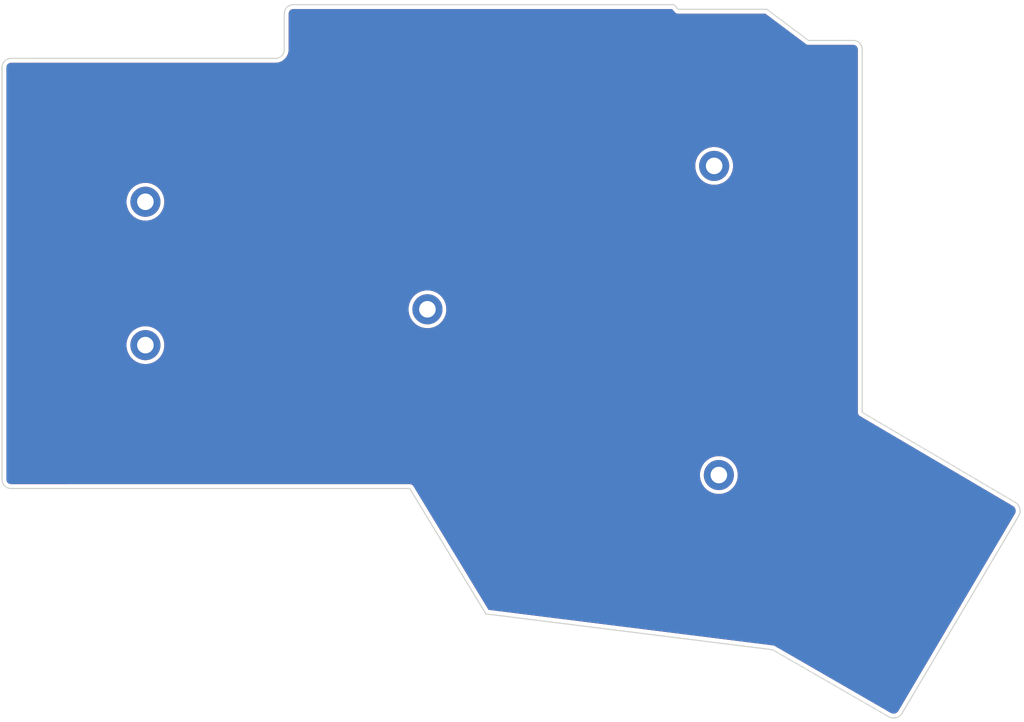
<source format=kicad_pcb>
(kicad_pcb (version 20171130) (host pcbnew 5.1.5)

  (general
    (thickness 1.6)
    (drawings 24)
    (tracks 0)
    (zones 0)
    (modules 5)
    (nets 1)
  )

  (page A4)
  (layers
    (0 F.Cu signal)
    (31 B.Cu signal)
    (32 B.Adhes user)
    (33 F.Adhes user)
    (34 B.Paste user)
    (35 F.Paste user)
    (36 B.SilkS user)
    (37 F.SilkS user)
    (38 B.Mask user)
    (39 F.Mask user)
    (40 Dwgs.User user)
    (41 Cmts.User user)
    (42 Eco1.User user)
    (43 Eco2.User user)
    (44 Edge.Cuts user)
    (45 Margin user)
    (46 B.CrtYd user)
    (47 F.CrtYd user)
    (48 B.Fab user)
    (49 F.Fab user)
  )

  (setup
    (last_trace_width 0.25)
    (trace_clearance 0.2)
    (zone_clearance 0.508)
    (zone_45_only no)
    (trace_min 0.2)
    (via_size 0.8)
    (via_drill 0.4)
    (via_min_size 0.4)
    (via_min_drill 0.3)
    (uvia_size 0.3)
    (uvia_drill 0.1)
    (uvias_allowed no)
    (uvia_min_size 0.2)
    (uvia_min_drill 0.1)
    (edge_width 0.05)
    (segment_width 0.2)
    (pcb_text_width 0.3)
    (pcb_text_size 1.5 1.5)
    (mod_edge_width 0.12)
    (mod_text_size 1 1)
    (mod_text_width 0.15)
    (pad_size 1.524 1.524)
    (pad_drill 0.762)
    (pad_to_mask_clearance 0.051)
    (solder_mask_min_width 0.25)
    (aux_axis_origin 0 0)
    (visible_elements FFFFFF7F)
    (pcbplotparams
      (layerselection 0x010fc_ffffffff)
      (usegerberextensions false)
      (usegerberattributes false)
      (usegerberadvancedattributes false)
      (creategerberjobfile false)
      (excludeedgelayer true)
      (linewidth 0.100000)
      (plotframeref false)
      (viasonmask false)
      (mode 1)
      (useauxorigin false)
      (hpglpennumber 1)
      (hpglpenspeed 20)
      (hpglpendiameter 15.000000)
      (psnegative false)
      (psa4output false)
      (plotreference true)
      (plotvalue true)
      (plotinvisibletext false)
      (padsonsilk false)
      (subtractmaskfromsilk false)
      (outputformat 1)
      (mirror false)
      (drillshape 1)
      (scaleselection 1)
      (outputdirectory ""))
  )

  (net 0 "")

  (net_class Default "This is the default net class."
    (clearance 0.2)
    (trace_width 0.25)
    (via_dia 0.8)
    (via_drill 0.4)
    (uvia_dia 0.3)
    (uvia_drill 0.1)
  )

  (module kbd:LEGO_HOLE (layer F.Cu) (tedit 5B890249) (tstamp 5E2C61C4)
    (at 142.84296 91.13772)
    (descr "Mounting Hole 2.2mm, no annular, M2")
    (tags "mounting hole 2.2mm no annular m2")
    (attr virtual)
    (fp_text reference "" (at 0 -3.2) (layer F.SilkS)
      (effects (font (size 1 1) (thickness 0.15)))
    )
    (fp_text value "" (at 0 3.2) (layer F.Fab)
      (effects (font (size 1 1) (thickness 0.15)))
    )
    (fp_circle (center 0 0) (end 2.45 0) (layer F.CrtYd) (width 0.05))
    (fp_circle (center 0 0) (end 2.2 0) (layer Cmts.User) (width 0.15))
    (fp_text user %R (at 0.3 0) (layer F.Fab)
      (effects (font (size 1 1) (thickness 0.15)))
    )
    (pad "" thru_hole circle (at 0 0) (size 4 4) (drill 2.2) (layers *.Cu *.Mask))
  )

  (module kbd:LEGO_HOLE (layer F.Cu) (tedit 5B890249) (tstamp 5E2C6188)
    (at 105.36771 76.85022)
    (descr "Mounting Hole 2.2mm, no annular, M2")
    (tags "mounting hole 2.2mm no annular m2")
    (attr virtual)
    (fp_text reference "" (at 0 -3.2) (layer F.SilkS)
      (effects (font (size 1 1) (thickness 0.15)))
    )
    (fp_text value "" (at 0 3.2) (layer F.Fab)
      (effects (font (size 1 1) (thickness 0.15)))
    )
    (fp_text user %R (at 0.3 0) (layer F.Fab)
      (effects (font (size 1 1) (thickness 0.15)))
    )
    (fp_circle (center 0 0) (end 2.2 0) (layer Cmts.User) (width 0.15))
    (fp_circle (center 0 0) (end 2.45 0) (layer F.CrtYd) (width 0.05))
    (pad "" thru_hole circle (at 0 0) (size 4 4) (drill 2.2) (layers *.Cu *.Mask))
  )

  (module kbd:LEGO_HOLE (layer F.Cu) (tedit 5B890249) (tstamp 5E2C6148)
    (at 105.36771 95.90022)
    (descr "Mounting Hole 2.2mm, no annular, M2")
    (tags "mounting hole 2.2mm no annular m2")
    (attr virtual)
    (fp_text reference "" (at 0 -3.2) (layer F.SilkS)
      (effects (font (size 1 1) (thickness 0.15)))
    )
    (fp_text value "" (at 0 3.2) (layer F.Fab)
      (effects (font (size 1 1) (thickness 0.15)))
    )
    (fp_text user %R (at 0.3 0) (layer F.Fab)
      (effects (font (size 1 1) (thickness 0.15)))
    )
    (fp_circle (center 0 0) (end 2.2 0) (layer Cmts.User) (width 0.15))
    (fp_circle (center 0 0) (end 2.45 0) (layer F.CrtYd) (width 0.05))
    (pad "" thru_hole circle (at 0 0) (size 4 4) (drill 2.2) (layers *.Cu *.Mask))
  )

  (module kbd:LEGO_HOLE (layer F.Cu) (tedit 5B890249) (tstamp 5E2C6136)
    (at 180.94296 72.08772)
    (descr "Mounting Hole 2.2mm, no annular, M2")
    (tags "mounting hole 2.2mm no annular m2")
    (attr virtual)
    (fp_text reference "" (at 0 -3.2) (layer F.SilkS)
      (effects (font (size 1 1) (thickness 0.15)))
    )
    (fp_text value "" (at 0 3.2) (layer F.Fab)
      (effects (font (size 1 1) (thickness 0.15)))
    )
    (fp_text user %R (at 0.3 0) (layer F.Fab)
      (effects (font (size 1 1) (thickness 0.15)))
    )
    (fp_circle (center 0 0) (end 2.2 0) (layer Cmts.User) (width 0.15))
    (fp_circle (center 0 0) (end 2.45 0) (layer F.CrtYd) (width 0.05))
    (pad "" thru_hole circle (at 0 0) (size 4 4) (drill 2.2) (layers *.Cu *.Mask))
  )

  (module kbd:LEGO_HOLE (layer F.Cu) (tedit 5B890249) (tstamp 5E2C612F)
    (at 181.56896 113.16272)
    (descr "Mounting Hole 2.2mm, no annular, M2")
    (tags "mounting hole 2.2mm no annular m2")
    (attr virtual)
    (fp_text reference "" (at 0 -3.2) (layer F.SilkS)
      (effects (font (size 1 1) (thickness 0.15)))
    )
    (fp_text value "" (at 0 3.2) (layer F.Fab)
      (effects (font (size 1 1) (thickness 0.15)))
    )
    (fp_text user %R (at 0.3 0) (layer F.Fab)
      (effects (font (size 1 1) (thickness 0.15)))
    )
    (fp_circle (center 0 0) (end 2.2 0) (layer Cmts.User) (width 0.15))
    (fp_circle (center 0 0) (end 2.45 0) (layer F.CrtYd) (width 0.05))
    (pad "" thru_hole circle (at 0 0) (size 4 4) (drill 2.2) (layers *.Cu *.Mask))
  )

  (gr_arc (start 87.507085 113.762095) (end 87.507085 114.95272) (angle 90) (layer Edge.Cuts) (width 0.15) (tstamp 5E2C6197))
  (gr_arc (start 122.631773 56.609596) (end 123.822398 56.609596) (angle 90) (layer Edge.Cuts) (width 0.15) (tstamp 5E2C6196))
  (gr_arc (start 125.013023 51.847095) (end 123.822398 51.847095) (angle 90) (layer Edge.Cuts) (width 0.15) (tstamp 5E2C6195))
  (gr_arc (start 87.507085 58.993345) (end 86.31646 58.993345) (angle 90) (layer Edge.Cuts) (width 0.15) (tstamp 5E2C6194))
  (gr_arc (start 199.427085 56.609595) (end 199.427085 55.41897) (angle 90) (layer Edge.Cuts) (width 0.15) (tstamp 5E2C6193))
  (gr_line (start 187.94476 51.27752) (end 186.67476 51.27752) (angle 90) (layer Edge.Cuts) (width 0.15) (tstamp 5E2C6192))
  (gr_line (start 193.47396 55.41897) (end 187.94476 51.27752) (angle 90) (layer Edge.Cuts) (width 0.15) (tstamp 5E2C6191))
  (gr_line (start 125.013023 50.65647) (end 161.327085 50.65647) (angle 90) (layer Edge.Cuts) (width 0.15) (tstamp 5E2C6187))
  (gr_line (start 161.327085 50.65647) (end 175.614585 50.65647) (angle 90) (layer Edge.Cuts) (width 0.15) (tstamp 5E2C6186))
  (gr_line (start 175.614585 50.65647) (end 176.15916 51.27752) (angle 90) (layer Edge.Cuts) (width 0.15) (tstamp 5E2C6185))
  (gr_line (start 176.15916 51.27752) (end 186.67476 51.27752) (angle 90) (layer Edge.Cuts) (width 0.15) (tstamp 5E2C6184))
  (gr_line (start 204.189585 145.311158) (end 188.71146 136.38147) (angle 90) (layer Edge.Cuts) (width 0.15) (tstamp 5E2C6183))
  (gr_line (start 221.453648 118.522095) (end 205.975523 144.715845) (angle 90) (layer Edge.Cuts) (width 0.15) (tstamp 5E2C6182))
  (gr_line (start 220.858335 116.736158) (end 200.61771 104.829908) (angle 90) (layer Edge.Cuts) (width 0.15) (tstamp 5E2C6181))
  (gr_arc (start 204.784898 144.120533) (end 205.975523 144.715845) (angle 90) (layer Edge.Cuts) (width 0.15) (tstamp 5E2C6180))
  (gr_arc (start 220.263023 117.926783) (end 220.858335 116.736158) (angle 90) (layer Edge.Cuts) (width 0.15) (tstamp 5E2C617F))
  (gr_line (start 150.61146 131.61897) (end 140.491148 114.95022) (angle 90) (layer Edge.Cuts) (width 0.15) (tstamp 5E2C617E))
  (gr_line (start 150.61146 131.61897) (end 188.71146 136.38147) (angle 90) (layer Edge.Cuts) (width 0.15) (tstamp 5E2C617D))
  (gr_line (start 87.50396 114.95272) (end 140.491148 114.95022) (angle 90) (layer Edge.Cuts) (width 0.15) (tstamp 5E2C617C))
  (gr_line (start 200.61771 56.609595) (end 200.61771 104.829908) (angle 90) (layer Edge.Cuts) (width 0.15) (tstamp 5E2C617B))
  (gr_line (start 193.47396 55.41897) (end 199.427085 55.41897) (angle 90) (layer Edge.Cuts) (width 0.15) (tstamp 5E2C617A))
  (gr_line (start 86.31646 58.993345) (end 86.31646 113.762095) (angle 90) (layer Edge.Cuts) (width 0.15) (tstamp 5E2C6179))
  (gr_line (start 122.631773 57.80022) (end 87.507085 57.80272) (angle 90) (layer Edge.Cuts) (width 0.15) (tstamp 5E2C6178))
  (gr_line (start 123.822398 51.847095) (end 123.822398 56.609595) (angle 90) (layer Edge.Cuts) (width 0.15) (tstamp 5E2C6177))

  (zone (net 0) (net_name "") (layer B.Cu) (tstamp 5E2C6176) (hatch edge 0.508)
    (connect_pads (clearance 0.508))
    (min_thickness 0.254)
    (fill yes (arc_segments 32) (thermal_gap 0.508) (thermal_bridge_width 0.508))
    (polygon
      (pts
        (xy 176.60366 50.9143) (xy 188.09208 50.9143) (xy 193.63944 55.15102) (xy 200.84796 55.15102) (xy 200.84796 104.7115)
        (xy 222.12046 117.2464) (xy 204.98308 145.95856) (xy 188.48578 136.7409) (xy 150.43658 131.89204) (xy 140.30198 115.29314)
        (xy 86.04758 115.11788) (xy 86.45906 57.58688) (xy 123.22302 57.43702) (xy 123.6599 50.3174) (xy 175.85944 50.04054)
      )
    )
    (filled_polygon
      (pts
        (xy 175.617685 51.73691) (xy 175.654685 51.781995) (xy 175.690755 51.811597) (xy 175.72481 51.843497) (xy 175.744694 51.855863)
        (xy 175.762797 51.87072) (xy 175.803958 51.892721) (xy 175.843574 51.917359) (xy 175.865484 51.925607) (xy 175.88614 51.936648)
        (xy 175.930797 51.950195) (xy 175.974463 51.966633) (xy 175.997565 51.970449) (xy 176.019976 51.977247) (xy 176.066421 51.981821)
        (xy 176.112452 51.989424) (xy 176.170728 51.98752) (xy 187.708343 51.98752) (xy 193.035715 55.977799) (xy 193.077597 56.01217)
        (xy 193.122414 56.036125) (xy 193.165876 56.062456) (xy 193.183967 56.069026) (xy 193.20094 56.078098) (xy 193.24958 56.092853)
        (xy 193.297335 56.110195) (xy 193.316351 56.113108) (xy 193.334776 56.118697) (xy 193.385367 56.12368) (xy 193.435579 56.131371)
        (xy 193.489678 56.12897) (xy 199.392356 56.12897) (xy 199.51978 56.141464) (xy 199.608939 56.168382) (xy 199.691173 56.212107)
        (xy 199.763351 56.270974) (xy 199.822717 56.342735) (xy 199.867018 56.424667) (xy 199.894558 56.513634) (xy 199.90771 56.638772)
        (xy 199.907711 104.815395) (xy 199.905447 104.870782) (xy 199.913126 104.919768) (xy 199.917984 104.969092) (xy 199.923932 104.9887)
        (xy 199.927107 105.008953) (xy 199.944196 105.055502) (xy 199.958583 105.102928) (xy 199.968242 105.120998) (xy 199.975307 105.140243)
        (xy 200.001146 105.182559) (xy 200.024511 105.226271) (xy 200.037512 105.242113) (xy 200.048194 105.259606) (xy 200.081788 105.296063)
        (xy 200.113236 105.334383) (xy 200.129078 105.347384) (xy 200.142967 105.362457) (xy 200.183023 105.391655) (xy 200.221348 105.423108)
        (xy 200.270242 105.449242) (xy 220.48926 117.342784) (xy 220.641351 117.43843) (xy 220.729001 117.521215) (xy 220.798901 117.619448)
        (xy 220.848391 117.729389) (xy 220.875583 117.846844) (xy 220.879444 117.967348) (xy 220.859825 118.086307) (xy 220.813492 118.209802)
        (xy 205.369291 144.346143) (xy 205.27325 144.498862) (xy 205.190465 144.586512) (xy 205.092235 144.65641) (xy 204.982293 144.705901)
        (xy 204.864836 144.733093) (xy 204.744333 144.736954) (xy 204.625374 144.717335) (xy 204.49871 144.669813) (xy 189.094564 135.782806)
        (xy 189.064126 135.761295) (xy 189.002115 135.733686) (xy 188.94057 135.705824) (xy 188.938402 135.705319) (xy 188.93636 135.70441)
        (xy 188.870153 135.689429) (xy 188.804355 135.674109) (xy 188.767126 135.672902) (xy 151.040187 130.957036) (xy 141.108137 114.598366)
        (xy 141.084329 114.55383) (xy 141.049746 114.511694) (xy 141.017032 114.468105) (xy 141.005459 114.457735) (xy 140.995599 114.445722)
        (xy 140.953464 114.411146) (xy 140.91287 114.374773) (xy 140.899494 114.366859) (xy 140.887482 114.357002) (xy 140.839419 114.331315)
        (xy 140.792504 114.303557) (xy 140.77784 114.298404) (xy 140.764136 114.29108) (xy 140.711987 114.275263) (xy 140.660555 114.25719)
        (xy 140.645168 114.254997) (xy 140.630298 114.250487) (xy 140.576058 114.245148) (xy 140.522096 114.237457) (xy 140.471683 114.240222)
        (xy 87.5418 114.242719) (xy 87.41439 114.230226) (xy 87.325232 114.203308) (xy 87.242994 114.159581) (xy 87.170821 114.100718)
        (xy 87.111451 114.028952) (xy 87.067153 113.947023) (xy 87.039612 113.858056) (xy 87.02646 113.732918) (xy 87.02646 112.903195)
        (xy 178.93396 112.903195) (xy 178.93396 113.422245) (xy 179.035221 113.931321) (xy 179.233853 114.410861) (xy 179.522222 114.842435)
        (xy 179.889245 115.209458) (xy 180.320819 115.497827) (xy 180.800359 115.696459) (xy 181.309435 115.79772) (xy 181.828485 115.79772)
        (xy 182.337561 115.696459) (xy 182.817101 115.497827) (xy 183.248675 115.209458) (xy 183.615698 114.842435) (xy 183.904067 114.410861)
        (xy 184.102699 113.931321) (xy 184.20396 113.422245) (xy 184.20396 112.903195) (xy 184.102699 112.394119) (xy 183.904067 111.914579)
        (xy 183.615698 111.483005) (xy 183.248675 111.115982) (xy 182.817101 110.827613) (xy 182.337561 110.628981) (xy 181.828485 110.52772)
        (xy 181.309435 110.52772) (xy 180.800359 110.628981) (xy 180.320819 110.827613) (xy 179.889245 111.115982) (xy 179.522222 111.483005)
        (xy 179.233853 111.914579) (xy 179.035221 112.394119) (xy 178.93396 112.903195) (xy 87.02646 112.903195) (xy 87.02646 95.640695)
        (xy 102.73271 95.640695) (xy 102.73271 96.159745) (xy 102.833971 96.668821) (xy 103.032603 97.148361) (xy 103.320972 97.579935)
        (xy 103.687995 97.946958) (xy 104.119569 98.235327) (xy 104.599109 98.433959) (xy 105.108185 98.53522) (xy 105.627235 98.53522)
        (xy 106.136311 98.433959) (xy 106.615851 98.235327) (xy 107.047425 97.946958) (xy 107.414448 97.579935) (xy 107.702817 97.148361)
        (xy 107.901449 96.668821) (xy 108.00271 96.159745) (xy 108.00271 95.640695) (xy 107.901449 95.131619) (xy 107.702817 94.652079)
        (xy 107.414448 94.220505) (xy 107.047425 93.853482) (xy 106.615851 93.565113) (xy 106.136311 93.366481) (xy 105.627235 93.26522)
        (xy 105.108185 93.26522) (xy 104.599109 93.366481) (xy 104.119569 93.565113) (xy 103.687995 93.853482) (xy 103.320972 94.220505)
        (xy 103.032603 94.652079) (xy 102.833971 95.131619) (xy 102.73271 95.640695) (xy 87.02646 95.640695) (xy 87.02646 90.878195)
        (xy 140.20796 90.878195) (xy 140.20796 91.397245) (xy 140.309221 91.906321) (xy 140.507853 92.385861) (xy 140.796222 92.817435)
        (xy 141.163245 93.184458) (xy 141.594819 93.472827) (xy 142.074359 93.671459) (xy 142.583435 93.77272) (xy 143.102485 93.77272)
        (xy 143.611561 93.671459) (xy 144.091101 93.472827) (xy 144.522675 93.184458) (xy 144.889698 92.817435) (xy 145.178067 92.385861)
        (xy 145.376699 91.906321) (xy 145.47796 91.397245) (xy 145.47796 90.878195) (xy 145.376699 90.369119) (xy 145.178067 89.889579)
        (xy 144.889698 89.458005) (xy 144.522675 89.090982) (xy 144.091101 88.802613) (xy 143.611561 88.603981) (xy 143.102485 88.50272)
        (xy 142.583435 88.50272) (xy 142.074359 88.603981) (xy 141.594819 88.802613) (xy 141.163245 89.090982) (xy 140.796222 89.458005)
        (xy 140.507853 89.889579) (xy 140.309221 90.369119) (xy 140.20796 90.878195) (xy 87.02646 90.878195) (xy 87.02646 76.590695)
        (xy 102.73271 76.590695) (xy 102.73271 77.109745) (xy 102.833971 77.618821) (xy 103.032603 78.098361) (xy 103.320972 78.529935)
        (xy 103.687995 78.896958) (xy 104.119569 79.185327) (xy 104.599109 79.383959) (xy 105.108185 79.48522) (xy 105.627235 79.48522)
        (xy 106.136311 79.383959) (xy 106.615851 79.185327) (xy 107.047425 78.896958) (xy 107.414448 78.529935) (xy 107.702817 78.098361)
        (xy 107.901449 77.618821) (xy 108.00271 77.109745) (xy 108.00271 76.590695) (xy 107.901449 76.081619) (xy 107.702817 75.602079)
        (xy 107.414448 75.170505) (xy 107.047425 74.803482) (xy 106.615851 74.515113) (xy 106.136311 74.316481) (xy 105.627235 74.21522)
        (xy 105.108185 74.21522) (xy 104.599109 74.316481) (xy 104.119569 74.515113) (xy 103.687995 74.803482) (xy 103.320972 75.170505)
        (xy 103.032603 75.602079) (xy 102.833971 76.081619) (xy 102.73271 76.590695) (xy 87.02646 76.590695) (xy 87.02646 71.828195)
        (xy 178.30796 71.828195) (xy 178.30796 72.347245) (xy 178.409221 72.856321) (xy 178.607853 73.335861) (xy 178.896222 73.767435)
        (xy 179.263245 74.134458) (xy 179.694819 74.422827) (xy 180.174359 74.621459) (xy 180.683435 74.72272) (xy 181.202485 74.72272)
        (xy 181.711561 74.621459) (xy 182.191101 74.422827) (xy 182.622675 74.134458) (xy 182.989698 73.767435) (xy 183.278067 73.335861)
        (xy 183.476699 72.856321) (xy 183.57796 72.347245) (xy 183.57796 71.828195) (xy 183.476699 71.319119) (xy 183.278067 70.839579)
        (xy 182.989698 70.408005) (xy 182.622675 70.040982) (xy 182.191101 69.752613) (xy 181.711561 69.553981) (xy 181.202485 69.45272)
        (xy 180.683435 69.45272) (xy 180.174359 69.553981) (xy 179.694819 69.752613) (xy 179.263245 70.040982) (xy 178.896222 70.408005)
        (xy 178.607853 70.839579) (xy 178.409221 71.319119) (xy 178.30796 71.828195) (xy 87.02646 71.828195) (xy 87.02646 59.028074)
        (xy 87.038954 58.90065) (xy 87.065872 58.811491) (xy 87.109597 58.729257) (xy 87.168464 58.657079) (xy 87.240225 58.597713)
        (xy 87.322157 58.553412) (xy 87.411124 58.525872) (xy 87.536287 58.512717) (xy 122.6667 58.510217) (xy 122.69712 58.507219)
        (xy 122.704434 58.50727) (xy 122.7143 58.506303) (xy 122.945396 58.482014) (xy 123.008433 58.469074) (xy 123.071645 58.457016)
        (xy 123.081129 58.454152) (xy 123.081133 58.454151) (xy 123.081136 58.45415) (xy 123.303113 58.385436) (xy 123.362417 58.360507)
        (xy 123.422099 58.336394) (xy 123.430852 58.33174) (xy 123.635255 58.22122) (xy 123.688598 58.185239) (xy 123.742451 58.149999)
        (xy 123.750133 58.143734) (xy 123.929177 57.995615) (xy 123.974496 57.949979) (xy 124.020498 57.90493) (xy 124.026817 57.897292)
        (xy 124.173681 57.717219) (xy 124.209283 57.663632) (xy 124.245648 57.610523) (xy 124.250363 57.601803) (xy 124.359453 57.396634)
        (xy 124.383966 57.33716) (xy 124.409327 57.27799) (xy 124.412258 57.26852) (xy 124.47942 57.046068) (xy 124.491908 56.982999)
        (xy 124.505299 56.919998) (xy 124.506335 56.910139) (xy 124.52901 56.678879) (xy 124.52901 56.678872) (xy 124.532398 56.644472)
        (xy 124.532398 51.881824) (xy 124.544892 51.7544) (xy 124.57181 51.665241) (xy 124.615535 51.583007) (xy 124.674402 51.510829)
        (xy 124.746163 51.451463) (xy 124.828095 51.407162) (xy 124.917062 51.379622) (xy 125.0422 51.36647) (xy 175.292861 51.36647)
      )
    )
  )
  (zone (net 0) (net_name "") (layer F.Cu) (tstamp 0) (hatch edge 0.508)
    (connect_pads (clearance 0.508))
    (min_thickness 0.254)
    (fill yes (arc_segments 32) (thermal_gap 0.508) (thermal_bridge_width 0.508))
    (polygon
      (pts
        (xy 176.61636 50.89144) (xy 188.0997 50.91684) (xy 193.62166 55.15864) (xy 200.89114 55.14594) (xy 200.90892 104.75976)
        (xy 222.07728 117.27434) (xy 204.99578 145.96364) (xy 188.49086 136.76122) (xy 150.40356 131.9403) (xy 140.30198 115.28806)
        (xy 86.0552 115.08232) (xy 86.46922 57.5945) (xy 123.21794 57.3913) (xy 123.68022 50.36312) (xy 175.88992 50.05832)
      )
    )
    (filled_polygon
      (pts
        (xy 175.617685 51.73691) (xy 175.654685 51.781995) (xy 175.690755 51.811597) (xy 175.72481 51.843497) (xy 175.744694 51.855863)
        (xy 175.762797 51.87072) (xy 175.803958 51.892721) (xy 175.843574 51.917359) (xy 175.865484 51.925607) (xy 175.88614 51.936648)
        (xy 175.930797 51.950195) (xy 175.974463 51.966633) (xy 175.997565 51.970449) (xy 176.019976 51.977247) (xy 176.066421 51.981821)
        (xy 176.112452 51.989424) (xy 176.170728 51.98752) (xy 187.708343 51.98752) (xy 193.035715 55.977799) (xy 193.077597 56.01217)
        (xy 193.122414 56.036125) (xy 193.165876 56.062456) (xy 193.183967 56.069026) (xy 193.20094 56.078098) (xy 193.24958 56.092853)
        (xy 193.297335 56.110195) (xy 193.316351 56.113108) (xy 193.334776 56.118697) (xy 193.385367 56.12368) (xy 193.435579 56.131371)
        (xy 193.489678 56.12897) (xy 199.392356 56.12897) (xy 199.51978 56.141464) (xy 199.608939 56.168382) (xy 199.691173 56.212107)
        (xy 199.763351 56.270974) (xy 199.822717 56.342735) (xy 199.867018 56.424667) (xy 199.894558 56.513634) (xy 199.90771 56.638772)
        (xy 199.907711 104.815395) (xy 199.905447 104.870782) (xy 199.913126 104.919768) (xy 199.917984 104.969092) (xy 199.923932 104.9887)
        (xy 199.927107 105.008953) (xy 199.944196 105.055502) (xy 199.958583 105.102928) (xy 199.968242 105.120998) (xy 199.975307 105.140243)
        (xy 200.001146 105.182559) (xy 200.024511 105.226271) (xy 200.037512 105.242113) (xy 200.048194 105.259606) (xy 200.081788 105.296063)
        (xy 200.113236 105.334383) (xy 200.129078 105.347384) (xy 200.142967 105.362457) (xy 200.183023 105.391655) (xy 200.221348 105.423108)
        (xy 200.270242 105.449242) (xy 220.48926 117.342784) (xy 220.641351 117.43843) (xy 220.729001 117.521215) (xy 220.798901 117.619448)
        (xy 220.848391 117.729389) (xy 220.875583 117.846844) (xy 220.879444 117.967348) (xy 220.859825 118.086307) (xy 220.813492 118.209802)
        (xy 205.369291 144.346143) (xy 205.27325 144.498862) (xy 205.190465 144.586512) (xy 205.092235 144.65641) (xy 204.982293 144.705901)
        (xy 204.864836 144.733093) (xy 204.744333 144.736954) (xy 204.625374 144.717335) (xy 204.49871 144.669813) (xy 189.094564 135.782806)
        (xy 189.064126 135.761295) (xy 189.002115 135.733686) (xy 188.94057 135.705824) (xy 188.938402 135.705319) (xy 188.93636 135.70441)
        (xy 188.870153 135.689429) (xy 188.804355 135.674109) (xy 188.767126 135.672902) (xy 151.040187 130.957036) (xy 141.108137 114.598366)
        (xy 141.084329 114.55383) (xy 141.049746 114.511694) (xy 141.017032 114.468105) (xy 141.005459 114.457735) (xy 140.995599 114.445722)
        (xy 140.953464 114.411146) (xy 140.91287 114.374773) (xy 140.899494 114.366859) (xy 140.887482 114.357002) (xy 140.839419 114.331315)
        (xy 140.792504 114.303557) (xy 140.77784 114.298404) (xy 140.764136 114.29108) (xy 140.711987 114.275263) (xy 140.660555 114.25719)
        (xy 140.645168 114.254997) (xy 140.630298 114.250487) (xy 140.576058 114.245148) (xy 140.522096 114.237457) (xy 140.471683 114.240222)
        (xy 87.5418 114.242719) (xy 87.41439 114.230226) (xy 87.325232 114.203308) (xy 87.242994 114.159581) (xy 87.170821 114.100718)
        (xy 87.111451 114.028952) (xy 87.067153 113.947023) (xy 87.039612 113.858056) (xy 87.02646 113.732918) (xy 87.02646 112.903195)
        (xy 178.93396 112.903195) (xy 178.93396 113.422245) (xy 179.035221 113.931321) (xy 179.233853 114.410861) (xy 179.522222 114.842435)
        (xy 179.889245 115.209458) (xy 180.320819 115.497827) (xy 180.800359 115.696459) (xy 181.309435 115.79772) (xy 181.828485 115.79772)
        (xy 182.337561 115.696459) (xy 182.817101 115.497827) (xy 183.248675 115.209458) (xy 183.615698 114.842435) (xy 183.904067 114.410861)
        (xy 184.102699 113.931321) (xy 184.20396 113.422245) (xy 184.20396 112.903195) (xy 184.102699 112.394119) (xy 183.904067 111.914579)
        (xy 183.615698 111.483005) (xy 183.248675 111.115982) (xy 182.817101 110.827613) (xy 182.337561 110.628981) (xy 181.828485 110.52772)
        (xy 181.309435 110.52772) (xy 180.800359 110.628981) (xy 180.320819 110.827613) (xy 179.889245 111.115982) (xy 179.522222 111.483005)
        (xy 179.233853 111.914579) (xy 179.035221 112.394119) (xy 178.93396 112.903195) (xy 87.02646 112.903195) (xy 87.02646 95.640695)
        (xy 102.73271 95.640695) (xy 102.73271 96.159745) (xy 102.833971 96.668821) (xy 103.032603 97.148361) (xy 103.320972 97.579935)
        (xy 103.687995 97.946958) (xy 104.119569 98.235327) (xy 104.599109 98.433959) (xy 105.108185 98.53522) (xy 105.627235 98.53522)
        (xy 106.136311 98.433959) (xy 106.615851 98.235327) (xy 107.047425 97.946958) (xy 107.414448 97.579935) (xy 107.702817 97.148361)
        (xy 107.901449 96.668821) (xy 108.00271 96.159745) (xy 108.00271 95.640695) (xy 107.901449 95.131619) (xy 107.702817 94.652079)
        (xy 107.414448 94.220505) (xy 107.047425 93.853482) (xy 106.615851 93.565113) (xy 106.136311 93.366481) (xy 105.627235 93.26522)
        (xy 105.108185 93.26522) (xy 104.599109 93.366481) (xy 104.119569 93.565113) (xy 103.687995 93.853482) (xy 103.320972 94.220505)
        (xy 103.032603 94.652079) (xy 102.833971 95.131619) (xy 102.73271 95.640695) (xy 87.02646 95.640695) (xy 87.02646 90.878195)
        (xy 140.20796 90.878195) (xy 140.20796 91.397245) (xy 140.309221 91.906321) (xy 140.507853 92.385861) (xy 140.796222 92.817435)
        (xy 141.163245 93.184458) (xy 141.594819 93.472827) (xy 142.074359 93.671459) (xy 142.583435 93.77272) (xy 143.102485 93.77272)
        (xy 143.611561 93.671459) (xy 144.091101 93.472827) (xy 144.522675 93.184458) (xy 144.889698 92.817435) (xy 145.178067 92.385861)
        (xy 145.376699 91.906321) (xy 145.47796 91.397245) (xy 145.47796 90.878195) (xy 145.376699 90.369119) (xy 145.178067 89.889579)
        (xy 144.889698 89.458005) (xy 144.522675 89.090982) (xy 144.091101 88.802613) (xy 143.611561 88.603981) (xy 143.102485 88.50272)
        (xy 142.583435 88.50272) (xy 142.074359 88.603981) (xy 141.594819 88.802613) (xy 141.163245 89.090982) (xy 140.796222 89.458005)
        (xy 140.507853 89.889579) (xy 140.309221 90.369119) (xy 140.20796 90.878195) (xy 87.02646 90.878195) (xy 87.02646 76.590695)
        (xy 102.73271 76.590695) (xy 102.73271 77.109745) (xy 102.833971 77.618821) (xy 103.032603 78.098361) (xy 103.320972 78.529935)
        (xy 103.687995 78.896958) (xy 104.119569 79.185327) (xy 104.599109 79.383959) (xy 105.108185 79.48522) (xy 105.627235 79.48522)
        (xy 106.136311 79.383959) (xy 106.615851 79.185327) (xy 107.047425 78.896958) (xy 107.414448 78.529935) (xy 107.702817 78.098361)
        (xy 107.901449 77.618821) (xy 108.00271 77.109745) (xy 108.00271 76.590695) (xy 107.901449 76.081619) (xy 107.702817 75.602079)
        (xy 107.414448 75.170505) (xy 107.047425 74.803482) (xy 106.615851 74.515113) (xy 106.136311 74.316481) (xy 105.627235 74.21522)
        (xy 105.108185 74.21522) (xy 104.599109 74.316481) (xy 104.119569 74.515113) (xy 103.687995 74.803482) (xy 103.320972 75.170505)
        (xy 103.032603 75.602079) (xy 102.833971 76.081619) (xy 102.73271 76.590695) (xy 87.02646 76.590695) (xy 87.02646 71.828195)
        (xy 178.30796 71.828195) (xy 178.30796 72.347245) (xy 178.409221 72.856321) (xy 178.607853 73.335861) (xy 178.896222 73.767435)
        (xy 179.263245 74.134458) (xy 179.694819 74.422827) (xy 180.174359 74.621459) (xy 180.683435 74.72272) (xy 181.202485 74.72272)
        (xy 181.711561 74.621459) (xy 182.191101 74.422827) (xy 182.622675 74.134458) (xy 182.989698 73.767435) (xy 183.278067 73.335861)
        (xy 183.476699 72.856321) (xy 183.57796 72.347245) (xy 183.57796 71.828195) (xy 183.476699 71.319119) (xy 183.278067 70.839579)
        (xy 182.989698 70.408005) (xy 182.622675 70.040982) (xy 182.191101 69.752613) (xy 181.711561 69.553981) (xy 181.202485 69.45272)
        (xy 180.683435 69.45272) (xy 180.174359 69.553981) (xy 179.694819 69.752613) (xy 179.263245 70.040982) (xy 178.896222 70.408005)
        (xy 178.607853 70.839579) (xy 178.409221 71.319119) (xy 178.30796 71.828195) (xy 87.02646 71.828195) (xy 87.02646 59.028074)
        (xy 87.038954 58.90065) (xy 87.065872 58.811491) (xy 87.109597 58.729257) (xy 87.168464 58.657079) (xy 87.240225 58.597713)
        (xy 87.322157 58.553412) (xy 87.411124 58.525872) (xy 87.536287 58.512717) (xy 122.6667 58.510217) (xy 122.69712 58.507219)
        (xy 122.704434 58.50727) (xy 122.7143 58.506303) (xy 122.945396 58.482014) (xy 123.008433 58.469074) (xy 123.071645 58.457016)
        (xy 123.081129 58.454152) (xy 123.081133 58.454151) (xy 123.081136 58.45415) (xy 123.303113 58.385436) (xy 123.362417 58.360507)
        (xy 123.422099 58.336394) (xy 123.430852 58.33174) (xy 123.635255 58.22122) (xy 123.688598 58.185239) (xy 123.742451 58.149999)
        (xy 123.750133 58.143734) (xy 123.929177 57.995615) (xy 123.974496 57.949979) (xy 124.020498 57.90493) (xy 124.026817 57.897292)
        (xy 124.173681 57.717219) (xy 124.209283 57.663632) (xy 124.245648 57.610523) (xy 124.250363 57.601803) (xy 124.359453 57.396634)
        (xy 124.383966 57.33716) (xy 124.409327 57.27799) (xy 124.412258 57.26852) (xy 124.47942 57.046068) (xy 124.491908 56.982999)
        (xy 124.505299 56.919998) (xy 124.506335 56.910139) (xy 124.52901 56.678879) (xy 124.52901 56.678872) (xy 124.532398 56.644472)
        (xy 124.532398 51.881824) (xy 124.544892 51.7544) (xy 124.57181 51.665241) (xy 124.615535 51.583007) (xy 124.674402 51.510829)
        (xy 124.746163 51.451463) (xy 124.828095 51.407162) (xy 124.917062 51.379622) (xy 125.0422 51.36647) (xy 175.292861 51.36647)
      )
    )
  )
)

</source>
